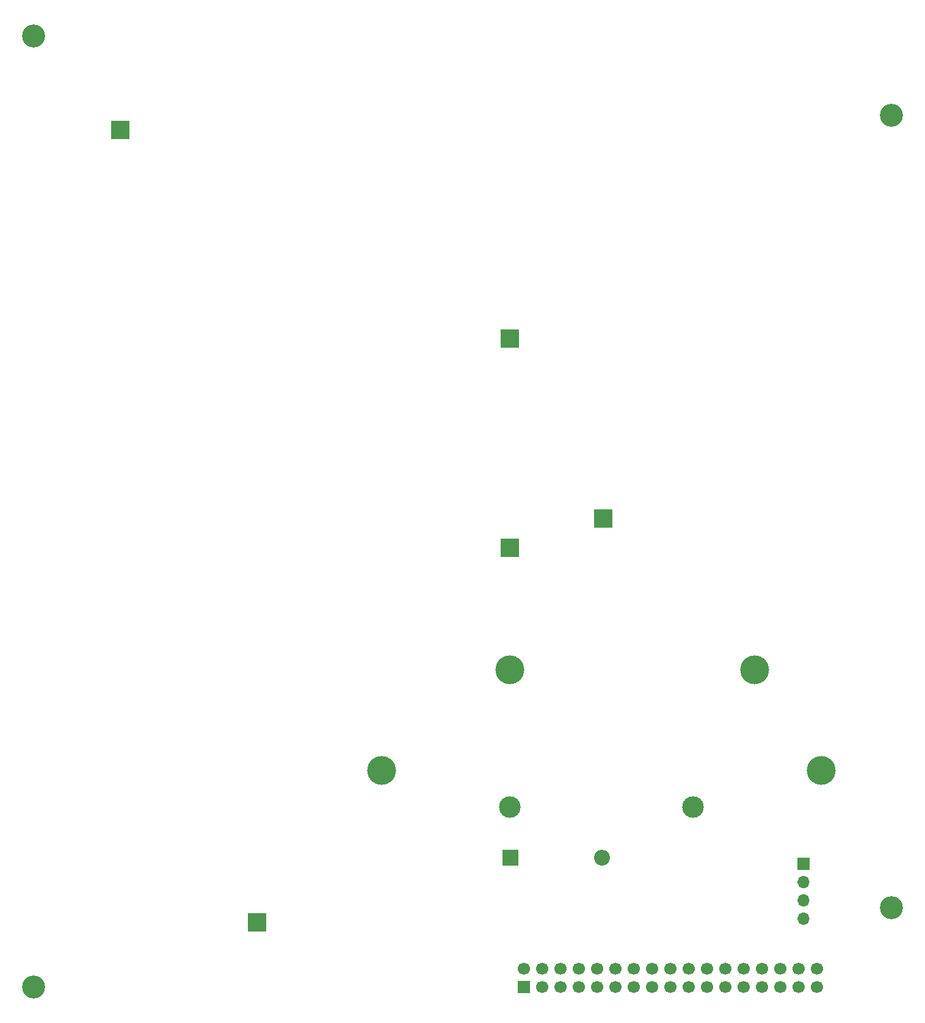
<source format=gbr>
%TF.GenerationSoftware,KiCad,Pcbnew,8.0.3*%
%TF.CreationDate,2025-04-28T21:08:14+02:00*%
%TF.ProjectId,shaper,73686170-6572-42e6-9b69-6361645f7063,1.0*%
%TF.SameCoordinates,Original*%
%TF.FileFunction,Soldermask,Top*%
%TF.FilePolarity,Negative*%
%FSLAX46Y46*%
G04 Gerber Fmt 4.6, Leading zero omitted, Abs format (unit mm)*
G04 Created by KiCad (PCBNEW 8.0.3) date 2025-04-28 21:08:14*
%MOMM*%
%LPD*%
G01*
G04 APERTURE LIST*
%ADD10R,1.700000X1.700000*%
%ADD11C,1.700000*%
%ADD12C,4.000000*%
%ADD13C,3.000000*%
%ADD14R,2.200000X2.200000*%
%ADD15O,2.200000X2.200000*%
%ADD16C,3.200000*%
%ADD17R,2.500000X2.500000*%
%ADD18O,1.700000X1.700000*%
G04 APERTURE END LIST*
D10*
%TO.C,Box_connector*%
X97000000Y-161000000D03*
D11*
X97000000Y-158460000D03*
X99540000Y-161000000D03*
X99540000Y-158460000D03*
X102079999Y-161000000D03*
X102080000Y-158460000D03*
X104620000Y-161000000D03*
X104620000Y-158460000D03*
X107160000Y-161000000D03*
X107160000Y-158460000D03*
X109700000Y-161000000D03*
X109700000Y-158460000D03*
X112240000Y-161000000D03*
X112240000Y-158460000D03*
X114780001Y-161000000D03*
X114780000Y-158460000D03*
X117320000Y-161000000D03*
X117320000Y-158460000D03*
X119860000Y-161000000D03*
X119860000Y-158460000D03*
X122400000Y-161000000D03*
X122400000Y-158460000D03*
X124939999Y-161000000D03*
X124940000Y-158460000D03*
X127480000Y-161000000D03*
X127480000Y-158460000D03*
X130020000Y-161000000D03*
X130020000Y-158460000D03*
X132560000Y-161000000D03*
X132560000Y-158460000D03*
X135099999Y-161000000D03*
X135100000Y-158460000D03*
X137640001Y-161000000D03*
X137640000Y-158460000D03*
%TD*%
D12*
%TO.C,HV_Relay*%
X77219999Y-130919998D03*
X138179998Y-130919998D03*
D13*
X95000000Y-136000000D03*
X120399999Y-135999997D03*
%TD*%
D14*
%TO.C,Diode*%
X95150000Y-143000000D03*
D15*
X107850000Y-143000000D03*
%TD*%
D16*
%TO.C,*%
X148000000Y-40000000D03*
%TD*%
%TO.C,*%
X29000000Y-29000000D03*
%TD*%
%TO.C,*%
X148000000Y-150000000D03*
%TD*%
%TO.C,*%
X29000000Y-161000000D03*
%TD*%
D17*
%TO.C,REF\u002A\u002A*%
X95000000Y-100000000D03*
%TD*%
D12*
%TO.C,REF\u002A\u002A*%
X95000000Y-117000000D03*
%TD*%
%TO.C,REF\u002A\u002A*%
X129000000Y-117000000D03*
%TD*%
D17*
%TO.C,REF\u002A\u002A*%
X41000000Y-42000000D03*
%TD*%
%TO.C,REF\u002A\u002A*%
X108000000Y-96000000D03*
%TD*%
%TO.C,REF\u002A\u002A*%
X60000000Y-152000000D03*
%TD*%
%TO.C,REF\u002A\u002A*%
X95000000Y-71000000D03*
%TD*%
D10*
%TO.C,REF\u002A\u002A*%
X135750003Y-143920001D03*
D18*
X135750003Y-146460001D03*
X135750000Y-149000000D03*
X135750003Y-151540001D03*
%TD*%
M02*

</source>
